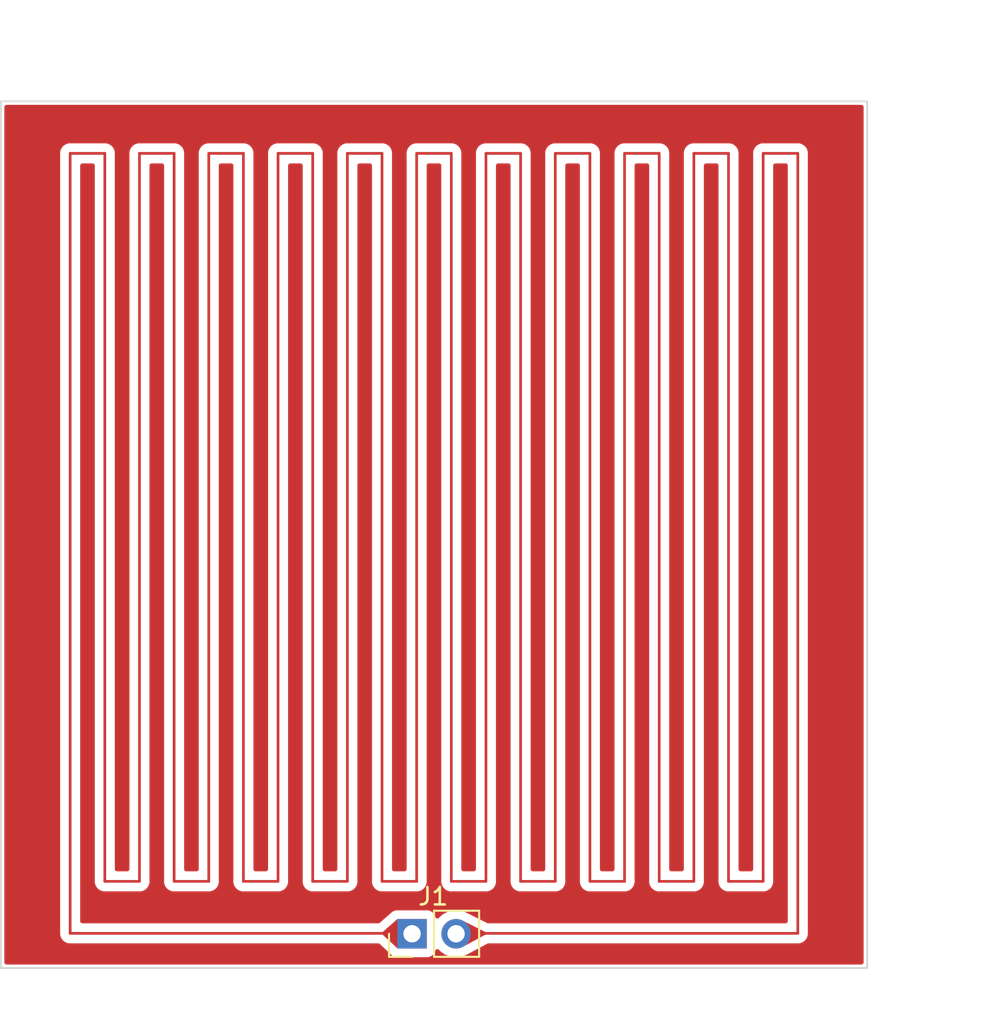
<source format=kicad_pcb>
(kicad_pcb (version 20221018) (generator pcbnew)
  (title_block (title "Reflow Plate Heatbed 50x50 mm") (date "2023-03-19") (rev "v1.0.0") (company "I. Kajdan"))
  (layers (0 "F.Cu" signal) (31 "B.Cu" signal) (37 "F.SilkS" user "F.Silkscreen") (44 "Edge.Cuts" user))
  (net 0 "")
  (net 1 "Net-(J1-Pin_1)")
  (footprint "Connector_PinHeader_2.54mm:PinHeader_1x02_P2.54mm_Vertical" (layer "F.Cu") (at 144.735 127.025 90)
    (fp_text reference "J1" (at 2.15 1.22) (layer "F.SilkS"))
    (fp_text value "PWR")
    (fp_line (start -1.33 -1.33) (end 0 -1.33) (stroke (width 0.12)) (layer "F.SilkS"))
    (fp_line (start -1.33 0) (end -1.33 -1.33) (stroke (width 0.12)) (layer "F.SilkS"))
    (fp_line (start -1.33 1.27) (end -1.33 3.87) (stroke (width 0.12)) (layer "F.SilkS"))
    (fp_line (start -1.33 1.27) (end 1.33 1.27) (stroke (width 0.12)) (layer "F.SilkS"))
    (fp_line (start -1.33 3.87) (end 1.33 3.87) (stroke (width 0.12)) (layer "F.SilkS"))
    (fp_line (start 1.33 1.27) (end 1.33 3.87) (stroke (width 0.12)) (layer "F.SilkS"))
    (pad "1" thru_hole rect (at 0 0 90) (size 1.7 1.7) (drill 1) (layers "*.Cu" "*.Mask") (net 1 "Net-(J1-Pin_1)"))
    (pad "2" thru_hole oval (at 0 2.54 90) (size 1.7 1.7) (drill 1) (layers "*.Cu" "*.Mask") (net 1 "Net-(J1-Pin_1)"))
  )
  (gr_line (start 171 129) (end 121 129) (stroke (width 0.1)) (layer "Edge.Cuts"))
  (gr_line (start 121 129) (end 121 79) (stroke (width 0.1)) (layer "Edge.Cuts"))
  (gr_line (start 121 79) (end 171 79) (stroke (width 0.1)) (layer "Edge.Cuts"))
  (gr_line (start 171 79) (end 171 129) (stroke (width 0.1)) (layer "Edge.Cuts"))
  (segment (start 147.3 127) (end 167 127) (width 0.154) (layer "F.Cu") (net 1))
  (segment (start 165 124) (end 163 124) (width 0.154) (layer "F.Cu") (net 1))
  (segment (start 147 124) (end 147 82) (width 0.154) (layer "F.Cu") (net 1))
  (segment (start 155 82) (end 153 82) (width 0.154) (layer "F.Cu") (net 1))
  (segment (start 143 124) (end 143 82) (width 0.154) (layer "F.Cu") (net 1))
  (segment (start 135 124) (end 135 82) (width 0.154) (layer "F.Cu") (net 1))
  (segment (start 145 124) (end 143 124) (width 0.154) (layer "F.Cu") (net 1))
  (segment (start 163 82) (end 161 82) (width 0.154) (layer "F.Cu") (net 1))
  (segment (start 131 82) (end 129 82) (width 0.154) (layer "F.Cu") (net 1))
  (segment (start 151 82) (end 149 82) (width 0.154) (layer "F.Cu") (net 1))
  (segment (start 149 82) (end 149 124) (width 0.154) (layer "F.Cu") (net 1))
  (segment (start 137 82) (end 137 124) (width 0.154) (layer "F.Cu") (net 1))
  (segment (start 153 124) (end 151 124) (width 0.154) (layer "F.Cu") (net 1))
  (segment (start 163 124) (end 163 82) (width 0.154) (layer "F.Cu") (net 1))
  (segment (start 157 82) (end 157 124) (width 0.154) (layer "F.Cu") (net 1))
  (segment (start 141 82) (end 141 124) (width 0.154) (layer "F.Cu") (net 1))
  (segment (start 149 124) (end 147 124) (width 0.154) (layer "F.Cu") (net 1))
  (segment (start 125 127) (end 144.71 127) (width 0.154) (layer "F.Cu") (net 1))
  (segment (start 157 124) (end 155 124) (width 0.154) (layer "F.Cu") (net 1))
  (segment (start 147 82) (end 145 82) (width 0.154) (layer "F.Cu") (net 1))
  (segment (start 167 127) (end 167 82) (width 0.154) (layer "F.Cu") (net 1))
  (segment (start 131 124) (end 131 82) (width 0.154) (layer "F.Cu") (net 1))
  (segment (start 143 82) (end 141 82) (width 0.154) (layer "F.Cu") (net 1))
  (segment (start 153 82) (end 153 124) (width 0.154) (layer "F.Cu") (net 1))
  (segment (start 139 82) (end 137 82) (width 0.154) (layer "F.Cu") (net 1))
  (segment (start 133 82) (end 133 124) (width 0.154) (layer "F.Cu") (net 1))
  (segment (start 147.275 127.025) (end 147.3 127) (width 0.154) (layer "F.Cu") (net 1))
  (segment (start 161 82) (end 161 124) (width 0.154) (layer "F.Cu") (net 1))
  (segment (start 159 124) (end 159 82) (width 0.154) (layer "F.Cu") (net 1))
  (segment (start 159 82) (end 157 82) (width 0.154) (layer "F.Cu") (net 1))
  (segment (start 141 124) (end 139 124) (width 0.154) (layer "F.Cu") (net 1))
  (segment (start 151 124) (end 151 82) (width 0.154) (layer "F.Cu") (net 1))
  (segment (start 161 124) (end 159 124) (width 0.154) (layer "F.Cu") (net 1))
  (segment (start 129 124) (end 127 124) (width 0.154) (layer "F.Cu") (net 1))
  (segment (start 129 82) (end 129 124) (width 0.154) (layer "F.Cu") (net 1))
  (segment (start 127 124) (end 127 82) (width 0.154) (layer "F.Cu") (net 1))
  (segment (start 165 82) (end 165 124) (width 0.154) (layer "F.Cu") (net 1))
  (segment (start 135 82) (end 133 82) (width 0.154) (layer "F.Cu") (net 1))
  (segment (start 167 82) (end 165 82) (width 0.154) (layer "F.Cu") (net 1))
  (segment (start 155 124) (end 155 82) (width 0.154) (layer "F.Cu") (net 1))
  (segment (start 125 82) (end 125 127) (width 0.154) (layer "F.Cu") (net 1))
  (segment (start 127 82) (end 125 82) (width 0.154) (layer "F.Cu") (net 1))
  (segment (start 139 124) (end 139 82) (width 0.154) (layer "F.Cu") (net 1))
  (segment (start 137 124) (end 135 124) (width 0.154) (layer "F.Cu") (net 1))
  (segment (start 145 82) (end 145 124) (width 0.154) (layer "F.Cu") (net 1))
  (segment (start 133 124) (end 131 124) (width 0.154) (layer "F.Cu") (net 1))
  (segment (start 144.71 127) (end 144.735 127.025) (width 0.154) (layer "F.Cu") (net 1))
  (zone (net 0) (net_name "") (layer "F.Cu") (connect_pads (clearance 0.5)) (min_thickness 0.25) (fill yes (thermal_gap 0.5) (thermal_bridge_width 0.5) (island_removal_mode 1) (island_area_min 10))
    (polygon (pts (xy 121 79) (xy 171 79) (xy 171 129) (xy 121 129)))
  )
)
</source>
